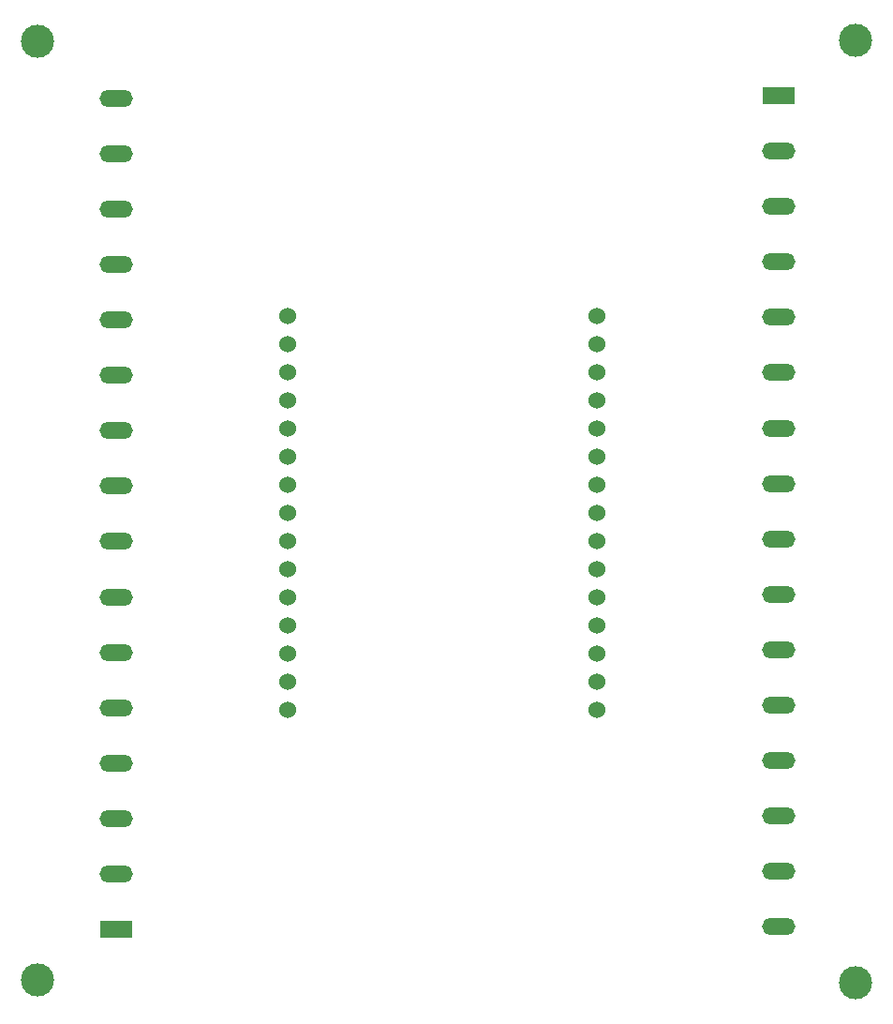
<source format=gbr>
%TF.GenerationSoftware,KiCad,Pcbnew,(5.1.8-0-10_14)*%
%TF.CreationDate,2021-01-01T23:10:54+08:00*%
%TF.ProjectId,nodemcu shield,6e6f6465-6d63-4752-9073-6869656c642e,rev?*%
%TF.SameCoordinates,Original*%
%TF.FileFunction,Copper,L1,Top*%
%TF.FilePolarity,Positive*%
%FSLAX46Y46*%
G04 Gerber Fmt 4.6, Leading zero omitted, Abs format (unit mm)*
G04 Created by KiCad (PCBNEW (5.1.8-0-10_14)) date 2021-01-01 23:10:54*
%MOMM*%
%LPD*%
G01*
G04 APERTURE LIST*
%TA.AperFunction,ComponentPad*%
%ADD10C,1.524000*%
%TD*%
%TA.AperFunction,ComponentPad*%
%ADD11O,3.000000X1.500000*%
%TD*%
%TA.AperFunction,ComponentPad*%
%ADD12R,3.000000X1.500000*%
%TD*%
%TA.AperFunction,ViaPad*%
%ADD13C,3.000000*%
%TD*%
G04 APERTURE END LIST*
D10*
%TO.P,U1,30*%
%TO.N,Net-(J2-Pad1)*%
X135610000Y-109900000D03*
%TO.P,U1,29*%
%TO.N,Net-(J2-Pad2)*%
X135610000Y-112440000D03*
%TO.P,U1,28*%
%TO.N,Net-(J2-Pad3)*%
X135610000Y-114980000D03*
%TO.P,U1,27*%
%TO.N,Net-(J2-Pad4)*%
X135610000Y-117520000D03*
%TO.P,U1,26*%
%TO.N,Net-(J2-Pad5)*%
X135610000Y-120060000D03*
%TO.P,U1,25*%
%TO.N,+3V3*%
X135610000Y-122600000D03*
%TO.P,U1,24*%
%TO.N,Net-(J2-Pad7)*%
X135610000Y-125140000D03*
%TO.P,U1,23*%
%TO.N,Net-(J2-Pad8)*%
X135610000Y-127680000D03*
%TO.P,U1,22*%
%TO.N,Net-(J2-Pad9)*%
X135610000Y-130220000D03*
%TO.P,U1,21*%
%TO.N,Net-(J2-Pad10)*%
X135610000Y-132760000D03*
%TO.P,U1,20*%
%TO.N,Net-(J2-Pad11)*%
X135610000Y-135300000D03*
%TO.P,U1,19*%
%TO.N,Net-(J2-Pad12)*%
X135610000Y-137840000D03*
%TO.P,U1,18*%
%TO.N,Net-(J2-Pad13)*%
X135610000Y-140380000D03*
%TO.P,U1,17*%
%TO.N,GND*%
X135610000Y-142920000D03*
%TO.P,U1,16*%
%TO.N,+3V3*%
X135610000Y-145460000D03*
%TO.P,U1,15*%
%TO.N,Net-(J1-Pad1)*%
X107670000Y-145460000D03*
%TO.P,U1,14*%
%TO.N,GND*%
X107670000Y-142920000D03*
%TO.P,U1,13*%
%TO.N,Net-(J1-Pad4)*%
X107670000Y-140380000D03*
%TO.P,U1,12*%
%TO.N,Net-(J1-Pad5)*%
X107670000Y-137840000D03*
%TO.P,U1,11*%
%TO.N,+3V3*%
X107670000Y-135300000D03*
%TO.P,U1,10*%
%TO.N,GND*%
X107670000Y-132760000D03*
%TO.P,U1,9*%
%TO.N,Net-(J1-Pad8)*%
X107670000Y-130220000D03*
%TO.P,U1,8*%
%TO.N,Net-(J1-Pad9)*%
X107670000Y-127680000D03*
%TO.P,U1,7*%
%TO.N,Net-(J1-Pad10)*%
X107670000Y-125140000D03*
%TO.P,U1,6*%
%TO.N,Net-(J1-Pad11)*%
X107670000Y-122600000D03*
%TO.P,U1,5*%
%TO.N,Net-(J1-Pad12)*%
X107670000Y-120060000D03*
%TO.P,U1,4*%
%TO.N,Net-(J1-Pad13)*%
X107670000Y-117520000D03*
%TO.P,U1,3*%
%TO.N,Net-(J1-Pad14)*%
X107670000Y-114980000D03*
%TO.P,U1,2*%
%TO.N,Net-(J1-Pad15)*%
X107670000Y-112440000D03*
%TO.P,U1,1*%
%TO.N,Net-(J1-Pad16)*%
X107670000Y-109900000D03*
%TD*%
D11*
%TO.P,J2,16*%
%TO.N,GND*%
X152000000Y-165000000D03*
%TO.P,J2,15*%
%TO.N,+3V3*%
X152000000Y-160000000D03*
%TO.P,J2,14*%
%TO.N,GND*%
X152000000Y-155000000D03*
%TO.P,J2,13*%
%TO.N,Net-(J2-Pad13)*%
X152000000Y-150000000D03*
%TO.P,J2,12*%
%TO.N,Net-(J2-Pad12)*%
X152000000Y-145000000D03*
%TO.P,J2,11*%
%TO.N,Net-(J2-Pad11)*%
X152000000Y-140000000D03*
%TO.P,J2,10*%
%TO.N,Net-(J2-Pad10)*%
X152000000Y-135000000D03*
%TO.P,J2,9*%
%TO.N,Net-(J2-Pad9)*%
X152000000Y-130000000D03*
%TO.P,J2,8*%
%TO.N,Net-(J2-Pad8)*%
X152000000Y-125000000D03*
%TO.P,J2,7*%
%TO.N,Net-(J2-Pad7)*%
X152000000Y-120000000D03*
%TO.P,J2,6*%
%TO.N,+3V3*%
X152000000Y-115000000D03*
%TO.P,J2,5*%
%TO.N,Net-(J2-Pad5)*%
X152000000Y-110000000D03*
%TO.P,J2,4*%
%TO.N,Net-(J2-Pad4)*%
X152000000Y-105000000D03*
%TO.P,J2,3*%
%TO.N,Net-(J2-Pad3)*%
X152000000Y-100000000D03*
%TO.P,J2,2*%
%TO.N,Net-(J2-Pad2)*%
X152000000Y-95000000D03*
D12*
%TO.P,J2,1*%
%TO.N,Net-(J2-Pad1)*%
X152000000Y-90000000D03*
%TD*%
D11*
%TO.P,J1,16*%
%TO.N,Net-(J1-Pad16)*%
X92190000Y-90240000D03*
%TO.P,J1,15*%
%TO.N,Net-(J1-Pad15)*%
X92190000Y-95240000D03*
%TO.P,J1,14*%
%TO.N,Net-(J1-Pad14)*%
X92190000Y-100240000D03*
%TO.P,J1,13*%
%TO.N,Net-(J1-Pad13)*%
X92190000Y-105240000D03*
%TO.P,J1,12*%
%TO.N,Net-(J1-Pad12)*%
X92190000Y-110240000D03*
%TO.P,J1,11*%
%TO.N,Net-(J1-Pad11)*%
X92190000Y-115240000D03*
%TO.P,J1,10*%
%TO.N,Net-(J1-Pad10)*%
X92190000Y-120240000D03*
%TO.P,J1,9*%
%TO.N,Net-(J1-Pad9)*%
X92190000Y-125240000D03*
%TO.P,J1,8*%
%TO.N,Net-(J1-Pad8)*%
X92190000Y-130240000D03*
%TO.P,J1,7*%
%TO.N,GND*%
X92190000Y-135240000D03*
%TO.P,J1,6*%
%TO.N,+3V3*%
X92190000Y-140240000D03*
%TO.P,J1,5*%
%TO.N,Net-(J1-Pad5)*%
X92190000Y-145240000D03*
%TO.P,J1,4*%
%TO.N,Net-(J1-Pad4)*%
X92190000Y-150240000D03*
%TO.P,J1,3*%
%TO.N,GND*%
X92190000Y-155240000D03*
%TO.P,J1,2*%
%TO.N,Net-(J1-Pad1)*%
X92190000Y-160240000D03*
D12*
%TO.P,J1,1*%
X92190000Y-165240000D03*
%TD*%
D13*
%TO.N,GND*%
X85100000Y-85100000D03*
X159000000Y-85000000D03*
X159000000Y-170100000D03*
X85100000Y-169800000D03*
%TD*%
M02*

</source>
